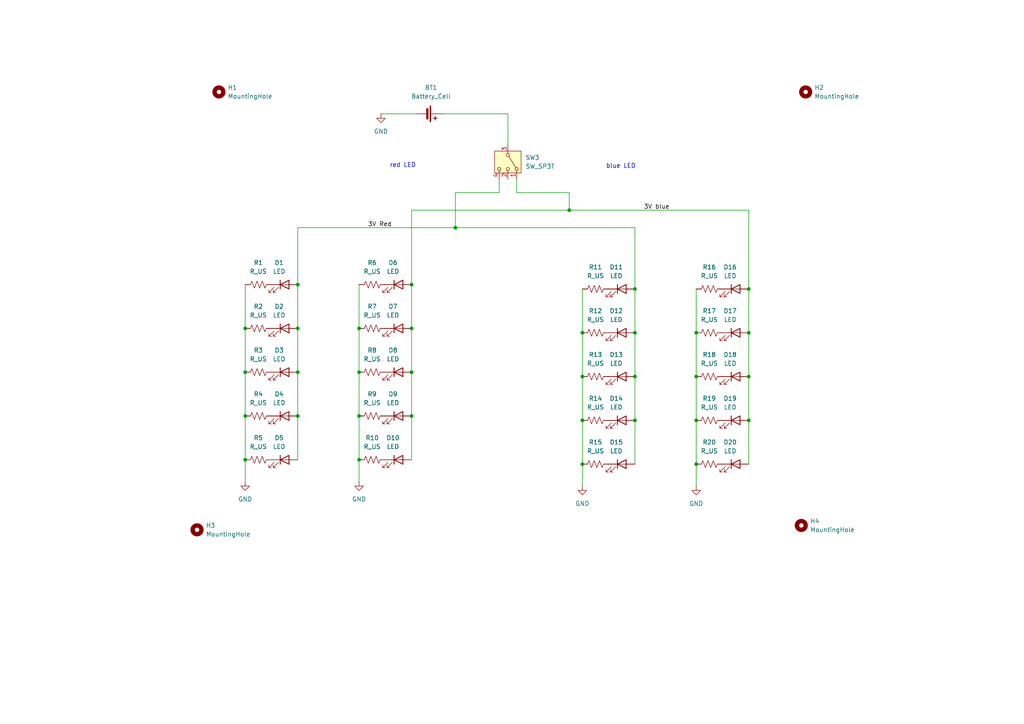
<source format=kicad_sch>
(kicad_sch (version 20231120) (generator "eeschema") (generator_version "8.0")
  (paper "A4")
  (lib_symbols
    (symbol "Device:Battery_Cell" (pin_numbers hide) (pin_names (offset 0) hide)
      (property "Reference" "BT" (at 2.54 2.54 0))
      (property "Value" "Battery_Cell" (at 2.54 0 0))
      (symbol "Battery_Cell_0_1"
        (rectangle (start -2.286 1.778) (end 2.286 1.524) (fill (type outline)))
        (rectangle (start -1.524 1.016) (end 1.524 0.508) (fill (type outline)))
        (polyline (pts (xy 0 0.762) (xy 0 0)))
        (polyline (pts (xy 0 1.778) (xy 0 2.54)))
        (polyline (pts (xy 0.762 3.048) (xy 1.778 3.048)) (stroke (width 0.254)))
        (polyline (pts (xy 1.27 3.556) (xy 1.27 2.54)) (stroke (width 0.254)))
      )
      (symbol "Battery_Cell_1_1"
        (pin passive line (at 0 5.08 270) (length 2.54) (name "+") (number "1"))
        (pin passive line (at 0 -2.54 90) (length 2.54) (name "-") (number "2"))
      )
    )
    (symbol "Device:LED" (pin_numbers hide) (pin_names (offset 1.016) hide)
      (property "Reference" "D" (at 0 2.54 0))
      (property "Value" "LED" (at 0 -2.54 0))
      (symbol "LED_0_1"
        (polyline (pts (xy -1.27 -1.27) (xy -1.27 1.27)) (stroke (width 0.254)))
        (polyline (pts (xy -1.27 0) (xy 1.27 0)))
        (polyline (pts (xy 1.27 -1.27) (xy 1.27 1.27) (xy -1.27 0) (xy 1.27 -1.27)) (stroke (width 0.254)))
        (polyline (pts (xy -3.048 -0.762) (xy -4.572 -2.286) (xy -3.81 -2.286) (xy -4.572 -2.286) (xy -4.572 -1.524)))
        (polyline (pts (xy -1.778 -0.762) (xy -3.302 -2.286) (xy -2.54 -2.286) (xy -3.302 -2.286) (xy -3.302 -1.524)))
      )
      (symbol "LED_1_1"
        (pin passive line (at -3.81 0 0) (length 2.54) (name "K") (number "1"))
        (pin passive line (at 3.81 0 180) (length 2.54) (name "A") (number "2"))
      )
    )
    (symbol "Device:R_US" (pin_numbers hide) (pin_names (offset 0))
      (property "Reference" "R" (at 2.54 0 90))
      (property "Value" "R_US" (at -2.54 0 90))
      (symbol "R_US_0_1"
        (polyline (pts (xy 0 -2.286) (xy 0 -2.54)))
        (polyline (pts (xy 0 2.286) (xy 0 2.54)))
        (polyline (pts (xy 0 -0.762) (xy 1.016 -1.143) (xy 0 -1.524) (xy -1.016 -1.905) (xy 0 -2.286)))
        (polyline (pts (xy 0 0.762) (xy 1.016 0.381) (xy 0 0) (xy -1.016 -0.381) (xy 0 -0.762)))
        (polyline (pts (xy 0 2.286) (xy 1.016 1.905) (xy 0 1.524) (xy -1.016 1.143) (xy 0 0.762)))
      )
      (symbol "R_US_1_1"
        (pin passive line (at 0 3.81 270) (length 1.27) (name "~") (number "1"))
        (pin passive line (at 0 -3.81 90) (length 1.27) (name "~") (number "2"))
      )
    )
    (symbol "Mechanical:MountingHole" (pin_names (offset 1.016)) (exclude_from_sim yes) (in_bom no)
      (property "Reference" "H" (at 0 5.08 0))
      (property "Value" "MountingHole" (at 0 3.175 0))
      (symbol "MountingHole_0_1"
        (circle (center 0 0) (radius 1.27) (stroke (width 1.27)))
      )
    )
    (symbol "Switch:SW_SP3T" (pin_names (offset 0) hide)
      (property "Reference" "SW" (at 0 5.08 0))
      (property "Value" "SW_SP3T" (at 0 -5.08 0))
      (symbol "SW_SP3T_0_1"
        (circle (center -2.032 0) (radius 0.4572))
        (polyline (pts (xy -1.651 0.254) (xy 1.651 2.286)))
        (circle (center 2.032 -2.54) (radius 0.4572))
        (circle (center 2.032 0) (radius 0.4572))
        (circle (center 2.032 2.54) (radius 0.4572))
      )
      (symbol "SW_SP3T_1_1"
        (rectangle (start -3.175 3.81) (end 3.175 -3.81) (fill (type background)))
        (pin passive line (at 5.08 2.54 180) (length 2.54) (name "1") (number "1"))
        (pin passive line (at 5.08 0 180) (length 2.54) (name "2") (number "2"))
        (pin passive line (at -5.08 0 0) (length 2.54) (name "3") (number "3"))
        (pin passive line (at 5.08 -2.54 180) (length 2.54) (name "4") (number "4"))
      )
    )
    (symbol "power:GND" (power) (pin_numbers hide) (pin_names (offset 0) hide)
      (property "Value" "GND" (at 0 -3.81 0))
      (symbol "GND_0_1"
        (polyline (pts (xy 0 0) (xy 0 -1.27) (xy 1.27 -1.27) (xy 0 -2.54) (xy -1.27 -1.27) (xy 0 -1.27)))
      )
      (symbol "GND_1_1"
        (pin power_in line (at 0 0 270) (length 0) (name "~") (number "1"))
      )
    )
  )
  (junction (at 71.12 120.65))
  (junction (at 201.93 109.22))
  (junction (at 184.15 121.92))
  (junction (at 165.1 60.96))
  (junction (at 168.91 96.52))
  (junction (at 104.14 107.95))
  (junction (at 86.36 95.25))
  (junction (at 168.91 109.22))
  (junction (at 119.38 107.95))
  (junction (at 104.14 120.65))
  (junction (at 201.93 96.52))
  (junction (at 71.12 107.95))
  (junction (at 119.38 95.25))
  (junction (at 184.15 83.82))
  (junction (at 217.17 121.92))
  (junction (at 132.08 66.04))
  (junction (at 201.93 121.92))
  (junction (at 71.12 95.25))
  (junction (at 71.12 133.35))
  (junction (at 104.14 133.35))
  (junction (at 168.91 121.92))
  (junction (at 86.36 120.65))
  (junction (at 86.36 82.55))
  (junction (at 184.15 96.52))
  (junction (at 86.36 107.95))
  (junction (at 104.14 95.25))
  (junction (at 168.91 134.62))
  (junction (at 217.17 96.52))
  (junction (at 184.15 109.22))
  (junction (at 217.17 109.22))
  (junction (at 201.93 134.62))
  (junction (at 119.38 82.55))
  (junction (at 217.17 83.82))
  (junction (at 119.38 120.65))
  (wire (pts (xy 104.14 82.55) (xy 104.14 95.25)))
  (wire (pts (xy 168.91 83.82) (xy 168.91 96.52)))
  (wire (pts (xy 201.93 96.52) (xy 201.93 109.22)))
  (wire (pts (xy 201.93 121.92) (xy 201.93 134.62)))
  (wire (pts (xy 119.38 82.55) (xy 119.38 95.25)))
  (wire (pts (xy 147.32 33.02) (xy 147.32 41.91)))
  (wire (pts (xy 184.15 121.92) (xy 184.15 134.62)))
  (wire (pts (xy 71.12 120.65) (xy 71.12 133.35)))
  (wire (pts (xy 217.17 109.22) (xy 217.17 121.92)))
  (wire (pts (xy 104.14 107.95) (xy 104.14 120.65)))
  (wire (pts (xy 149.86 52.07) (xy 149.86 55.88)))
  (wire (pts (xy 86.36 95.25) (xy 86.36 107.95)))
  (wire (pts (xy 104.14 120.65) (xy 104.14 133.35)))
  (wire (pts (xy 201.93 83.82) (xy 201.93 96.52)))
  (wire (pts (xy 149.86 55.88) (xy 165.1 55.88)))
  (wire (pts (xy 119.38 107.95) (xy 119.38 120.65)))
  (wire (pts (xy 184.15 83.82) (xy 184.15 96.52)))
  (wire (pts (xy 168.91 121.92) (xy 168.91 134.62)))
  (wire (pts (xy 184.15 109.22) (xy 184.15 121.92)))
  (wire (pts (xy 86.36 107.95) (xy 86.36 120.65)))
  (wire (pts (xy 165.1 60.96) (xy 217.17 60.96)))
  (wire (pts (xy 168.91 109.22) (xy 168.91 121.92)))
  (wire (pts (xy 165.1 55.88) (xy 165.1 60.96)))
  (wire (pts (xy 144.78 55.88) (xy 132.08 55.88)))
  (wire (pts (xy 119.38 60.96) (xy 165.1 60.96)))
  (wire (pts (xy 71.12 82.55) (xy 71.12 95.25)))
  (wire (pts (xy 71.12 133.35) (xy 71.12 139.7)))
  (wire (pts (xy 86.36 66.04) (xy 86.36 82.55)))
  (wire (pts (xy 201.93 109.22) (xy 201.93 121.92)))
  (wire (pts (xy 144.78 52.07) (xy 144.78 55.88)))
  (wire (pts (xy 104.14 133.35) (xy 104.14 139.7)))
  (wire (pts (xy 104.14 95.25) (xy 104.14 107.95)))
  (wire (pts (xy 110.49 33.02) (xy 120.65 33.02)))
  (wire (pts (xy 168.91 134.62) (xy 168.91 140.97)))
  (wire (pts (xy 217.17 60.96) (xy 217.17 83.82)))
  (wire (pts (xy 217.17 83.82) (xy 217.17 96.52)))
  (wire (pts (xy 119.38 95.25) (xy 119.38 107.95)))
  (wire (pts (xy 86.36 66.04) (xy 132.08 66.04)))
  (wire (pts (xy 119.38 120.65) (xy 119.38 133.35)))
  (wire (pts (xy 132.08 66.04) (xy 132.08 55.88)))
  (wire (pts (xy 86.36 120.65) (xy 86.36 133.35)))
  (wire (pts (xy 217.17 96.52) (xy 217.17 109.22)))
  (wire (pts (xy 217.17 121.92) (xy 217.17 134.62)))
  (wire (pts (xy 201.93 134.62) (xy 201.93 140.97)))
  (wire (pts (xy 168.91 96.52) (xy 168.91 109.22)))
  (wire (pts (xy 184.15 66.04) (xy 184.15 83.82)))
  (wire (pts (xy 119.38 60.96) (xy 119.38 82.55)))
  (wire (pts (xy 71.12 107.95) (xy 71.12 120.65)))
  (wire (pts (xy 86.36 82.55) (xy 86.36 95.25)))
  (wire (pts (xy 184.15 96.52) (xy 184.15 109.22)))
  (wire (pts (xy 71.12 95.25) (xy 71.12 107.95)))
  (wire (pts (xy 128.27 33.02) (xy 147.32 33.02)))
  (wire (pts (xy 184.15 66.04) (xy 132.08 66.04)))
  (text "blue LED" (at 180.086 48.26 0) (effects (font (size 1.27 1.27))))
  (text "red LED" (at 116.84 48.006 0) (effects (font (size 1.27 1.27))))
  (label "3V Red" (at 106.68 66.04 0))
  (label "3V blue" (at 186.69 60.96 0))
  (symbol (lib_id "power:GND") (at 104.14 139.7 0) (unit 1)
    (property "Reference" "#PWR02" (effects (hide yes)))
    (property "Value" "GND" (at 104.14 144.78 0))
    (property "Description" "Power symbol creates a global label with name \"GND\" , ground" (effects (hide yes)))
  )
  (symbol (lib_id "Device:R_US") (at 107.95 133.35 90) (unit 1)
    (property "Reference" "R10" (at 107.95 127 90))
    (property "Value" "R_US" (at 107.95 129.54 90))
    (property "Footprint" "Resistor_SMD:R_0603_1608Metric_Pad0.98x0.95mm_HandSolder" (effects (hide yes)))
    (property "Description" "Resistor, US symbol" (effects (hide yes)))
    (property "Mouser Part Number" "71-WSLP25125L000FEA" (effects (hide yes)))
  )
  (symbol (lib_id "Device:LED") (at 82.55 82.55 0) (unit 1)
    (property "Reference" "D1" (at 80.9625 76.2 0))
    (property "Value" "LED" (at 80.9625 78.74 0))
    (property "Footprint" "LED_SMD:LED_0603_1608Metric_Pad1.05x0.95mm_HandSolder" (effects (hide yes)))
    (property "Description" "Light emitting diode" (effects (hide yes)))
    (property "Mouser Part Number" "710-150060SS75000" (effects (hide yes)))
  )
  (symbol (lib_id "Device:R_US") (at 205.74 109.22 90) (unit 1)
    (property "Reference" "R18" (at 205.74 102.87 90))
    (property "Value" "R_US" (at 205.74 105.41 90))
    (property "Footprint" "Resistor_SMD:R_0603_1608Metric_Pad0.98x0.95mm_HandSolder" (effects (hide yes)))
    (property "Description" "Resistor, US symbol" (effects (hide yes)))
    (property "Mouser Part Number" "71-WSLP25125L000FEA" (effects (hide yes)))
  )
  (symbol (lib_id "Device:LED") (at 213.36 134.62 0) (unit 1)
    (property "Reference" "D20" (at 211.7725 128.27 0))
    (property "Value" "LED" (at 211.7725 130.81 0))
    (property "Footprint" "LED_SMD:LED_0603_1608Metric_Pad1.05x0.95mm_HandSolder" (effects (hide yes)))
    (property "Description" "Light emitting diode" (effects (hide yes)))
    (property "Mouser Part Number" "710-150060SS75000" (effects (hide yes)))
  )
  (symbol (lib_id "Device:LED") (at 180.34 109.22 0) (unit 1)
    (property "Reference" "D13" (at 178.7525 102.87 0))
    (property "Value" "LED" (at 178.7525 105.41 0))
    (property "Footprint" "LED_SMD:LED_0603_1608Metric_Pad1.05x0.95mm_HandSolder" (effects (hide yes)))
    (property "Description" "Light emitting diode" (effects (hide yes)))
    (property "Mouser Part Number" "710-150060SS75000" (effects (hide yes)))
  )
  (symbol (lib_id "Device:R_US") (at 172.72 134.62 90) (unit 1)
    (property "Reference" "R15" (at 172.72 128.27 90))
    (property "Value" "R_US" (at 172.72 130.81 90))
    (property "Footprint" "Resistor_SMD:R_0603_1608Metric_Pad0.98x0.95mm_HandSolder" (effects (hide yes)))
    (property "Description" "Resistor, US symbol" (effects (hide yes)))
    (property "Mouser Part Number" "71-WSLP25125L000FEA" (effects (hide yes)))
  )
  (symbol (lib_id "Device:R_US") (at 107.95 82.55 90) (unit 1)
    (property "Reference" "R6" (at 107.95 76.2 90))
    (property "Value" "R_US" (at 107.95 78.74 90))
    (property "Footprint" "Resistor_SMD:R_0603_1608Metric_Pad0.98x0.95mm_HandSolder" (effects (hide yes)))
    (property "Description" "Resistor, US symbol" (effects (hide yes)))
    (property "Mouser Part Number" "71-WSLP25125L000FEA" (effects (hide yes)))
  )
  (symbol (lib_id "Device:R_US") (at 205.74 83.82 90) (unit 1)
    (property "Reference" "R16" (at 205.74 77.47 90))
    (property "Value" "R_US" (at 205.74 80.01 90))
    (property "Footprint" "Resistor_SMD:R_0603_1608Metric_Pad0.98x0.95mm_HandSolder" (effects (hide yes)))
    (property "Description" "Resistor, US symbol" (effects (hide yes)))
    (property "Mouser Part Number" "71-WSLP25125L000FEA" (effects (hide yes)))
  )
  (symbol (lib_id "Device:LED") (at 115.57 120.65 0) (unit 1)
    (property "Reference" "D9" (at 113.9825 114.3 0))
    (property "Value" "LED" (at 113.9825 116.84 0))
    (property "Footprint" "LED_SMD:LED_0603_1608Metric_Pad1.05x0.95mm_HandSolder" (effects (hide yes)))
    (property "Description" "Light emitting diode" (effects (hide yes)))
    (property "Mouser Part Number" "710-150060SS75000" (effects (hide yes)))
  )
  (symbol (lib_id "Device:LED") (at 82.55 107.95 0) (unit 1)
    (property "Reference" "D3" (at 80.9625 101.6 0))
    (property "Value" "LED" (at 80.9625 104.14 0))
    (property "Footprint" "LED_SMD:LED_0603_1608Metric_Pad1.05x0.95mm_HandSolder" (effects (hide yes)))
    (property "Description" "Light emitting diode" (effects (hide yes)))
    (property "Mouser Part Number" "710-150060SS75000" (effects (hide yes)))
  )
  (symbol (lib_id "Device:LED") (at 180.34 134.62 0) (unit 1)
    (property "Reference" "D15" (at 178.7525 128.27 0))
    (property "Value" "LED" (at 178.7525 130.81 0))
    (property "Footprint" "LED_SMD:LED_0603_1608Metric_Pad1.05x0.95mm_HandSolder" (effects (hide yes)))
    (property "Description" "Light emitting diode" (effects (hide yes)))
    (property "Mouser Part Number" "710-150060SS75000" (effects (hide yes)))
  )
  (symbol (lib_id "Mechanical:MountingHole") (at 63.5 26.67 0) (unit 1) (exclude_from_sim yes) (in_bom no)
    (property "Reference" "H1" (at 66.04 25.3999 0) (effects (justify left)))
    (property "Value" "MountingHole" (at 66.04 27.9399 0) (effects (justify left)))
    (property "Footprint" "MountingHole:MountingHole_4.5mm" (effects (hide yes)))
    (property "Description" "Mounting Hole without connection" (effects (hide yes)))
  )
  (symbol (lib_id "Device:R_US") (at 172.72 109.22 90) (unit 1)
    (property "Reference" "R13" (at 172.72 102.87 90))
    (property "Value" "R_US" (at 172.72 105.41 90))
    (property "Footprint" "Resistor_SMD:R_0603_1608Metric_Pad0.98x0.95mm_HandSolder" (effects (hide yes)))
    (property "Description" "Resistor, US symbol" (effects (hide yes)))
    (property "Mouser Part Number" "71-WSLP25125L000FEA" (effects (hide yes)))
  )
  (symbol (lib_id "Device:R_US") (at 172.72 96.52 90) (unit 1)
    (property "Reference" "R12" (at 172.72 90.17 90))
    (property "Value" "R_US" (at 172.72 92.71 90))
    (property "Footprint" "Resistor_SMD:R_0603_1608Metric_Pad0.98x0.95mm_HandSolder" (effects (hide yes)))
    (property "Description" "Resistor, US symbol" (effects (hide yes)))
    (property "Mouser Part Number" "71-WSLP25125L000FEA" (effects (hide yes)))
  )
  (symbol (lib_id "power:GND") (at 201.93 140.97 0) (unit 1)
    (property "Reference" "#PWR05" (effects (hide yes)))
    (property "Value" "GND" (at 201.93 146.05 0))
    (property "Description" "Power symbol creates a global label with name \"GND\" , ground" (effects (hide yes)))
  )
  (symbol (lib_id "Device:R_US") (at 205.74 96.52 90) (unit 1)
    (property "Reference" "R17" (at 205.74 90.17 90))
    (property "Value" "R_US" (at 205.74 92.71 90))
    (property "Footprint" "Resistor_SMD:R_0603_1608Metric_Pad0.98x0.95mm_HandSolder" (effects (hide yes)))
    (property "Description" "Resistor, US symbol" (effects (hide yes)))
    (property "Mouser Part Number" "71-WSLP25125L000FEA" (effects (hide yes)))
  )
  (symbol (lib_id "Device:R_US") (at 74.93 120.65 90) (unit 1)
    (property "Reference" "R4" (at 74.93 114.3 90))
    (property "Value" "R_US" (at 74.93 116.84 90))
    (property "Footprint" "Resistor_SMD:R_0603_1608Metric_Pad0.98x0.95mm_HandSolder" (effects (hide yes)))
    (property "Description" "Resistor, US symbol" (effects (hide yes)))
    (property "Mouser Part Number" "71-WSLP25125L000FEA" (effects (hide yes)))
  )
  (symbol (lib_id "Device:LED") (at 82.55 95.25 0) (unit 1)
    (property "Reference" "D2" (at 80.9625 88.9 0))
    (property "Value" "LED" (at 80.9625 91.44 0))
    (property "Footprint" "LED_SMD:LED_0603_1608Metric_Pad1.05x0.95mm_HandSolder" (effects (hide yes)))
    (property "Description" "Light emitting diode" (effects (hide yes)))
    (property "Mouser Part Number" "710-150060SS75000" (effects (hide yes)))
  )
  (symbol (lib_id "Device:LED") (at 115.57 107.95 0) (unit 1)
    (property "Reference" "D8" (at 113.9825 101.6 0))
    (property "Value" "LED" (at 113.9825 104.14 0))
    (property "Footprint" "LED_SMD:LED_0603_1608Metric_Pad1.05x0.95mm_HandSolder" (effects (hide yes)))
    (property "Description" "Light emitting diode" (effects (hide yes)))
    (property "Mouser Part Number" "710-150060SS75000" (effects (hide yes)))
  )
  (symbol (lib_id "Device:LED") (at 115.57 133.35 0) (unit 1)
    (property "Reference" "D10" (at 113.9825 127 0))
    (property "Value" "LED" (at 113.9825 129.54 0))
    (property "Footprint" "LED_SMD:LED_0603_1608Metric_Pad1.05x0.95mm_HandSolder" (effects (hide yes)))
    (property "Description" "Light emitting diode" (effects (hide yes)))
    (property "Mouser Part Number" "710-150060SS75000" (effects (hide yes)))
  )
  (symbol (lib_id "Device:R_US") (at 74.93 82.55 90) (unit 1)
    (property "Reference" "R1" (at 74.93 76.2 90))
    (property "Value" "R_US" (at 74.93 78.74 90))
    (property "Footprint" "Resistor_SMD:R_0603_1608Metric_Pad0.98x0.95mm_HandSolder" (effects (hide yes)))
    (property "Description" "Resistor, US symbol" (effects (hide yes)))
    (property "Mouser Part Number" "71-WSLP25125L000FEA" (effects (hide yes)))
  )
  (symbol (lib_id "Device:LED") (at 82.55 120.65 0) (unit 1)
    (property "Reference" "D4" (at 80.9625 114.3 0))
    (property "Value" "LED" (at 80.9625 116.84 0))
    (property "Footprint" "LED_SMD:LED_0603_1608Metric_Pad1.05x0.95mm_HandSolder" (effects (hide yes)))
    (property "Description" "Light emitting diode" (effects (hide yes)))
    (property "Mouser Part Number" "710-150060SS75000" (effects (hide yes)))
  )
  (symbol (lib_id "Device:LED") (at 82.55 133.35 0) (unit 1)
    (property "Reference" "D5" (at 80.9625 127 0))
    (property "Value" "LED" (at 80.9625 129.54 0))
    (property "Footprint" "LED_SMD:LED_0603_1608Metric_Pad1.05x0.95mm_HandSolder" (effects (hide yes)))
    (property "Description" "Light emitting diode" (effects (hide yes)))
    (property "Mouser Part Number" "710-150060SS75000" (effects (hide yes)))
  )
  (symbol (lib_id "Device:LED") (at 213.36 96.52 0) (unit 1)
    (property "Reference" "D17" (at 211.7725 90.17 0))
    (property "Value" "LED" (at 211.7725 92.71 0))
    (property "Footprint" "LED_SMD:LED_0603_1608Metric_Pad1.05x0.95mm_HandSolder" (effects (hide yes)))
    (property "Description" "Light emitting diode" (effects (hide yes)))
    (property "Mouser Part Number" "710-150060SS75000" (effects (hide yes)))
  )
  (symbol (lib_id "Device:R_US") (at 74.93 107.95 90) (unit 1)
    (property "Reference" "R3" (at 74.93 101.6 90))
    (property "Value" "R_US" (at 74.93 104.14 90))
    (property "Footprint" "Resistor_SMD:R_0603_1608Metric_Pad0.98x0.95mm_HandSolder" (effects (hide yes)))
    (property "Description" "Resistor, US symbol" (effects (hide yes)))
    (property "Mouser Part Number" "71-WSLP25125L000FEA" (effects (hide yes)))
  )
  (symbol (lib_id "Mechanical:MountingHole") (at 232.41 152.4 0) (unit 1) (exclude_from_sim yes) (in_bom no)
    (property "Reference" "H4" (at 234.95 151.1299 0) (effects (justify left)))
    (property "Value" "MountingHole" (at 234.95 153.6699 0) (effects (justify left)))
    (property "Footprint" "MountingHole:MountingHole_4.5mm" (effects (hide yes)))
    (property "Description" "Mounting Hole without connection" (effects (hide yes)))
  )
  (symbol (lib_id "Device:LED") (at 213.36 83.82 0) (unit 1)
    (property "Reference" "D16" (at 211.7725 77.47 0))
    (property "Value" "LED" (at 211.7725 80.01 0))
    (property "Footprint" "LED_SMD:LED_0603_1608Metric_Pad1.05x0.95mm_HandSolder" (effects (hide yes)))
    (property "Description" "Light emitting diode" (effects (hide yes)))
    (property "Mouser Part Number" "710-150060SS75000" (effects (hide yes)))
  )
  (symbol (lib_id "Device:LED") (at 180.34 83.82 0) (unit 1)
    (property "Reference" "D11" (at 178.7525 77.47 0))
    (property "Value" "LED" (at 178.7525 80.01 0))
    (property "Footprint" "LED_SMD:LED_0603_1608Metric_Pad1.05x0.95mm_HandSolder" (effects (hide yes)))
    (property "Description" "Light emitting diode" (effects (hide yes)))
    (property "Mouser Part Number" "710-150060SS75000" (effects (hide yes)))
  )
  (symbol (lib_id "Device:R_US") (at 172.72 83.82 90) (unit 1)
    (property "Reference" "R11" (at 172.72 77.47 90))
    (property "Value" "R_US" (at 172.72 80.01 90))
    (property "Footprint" "Resistor_SMD:R_0603_1608Metric_Pad0.98x0.95mm_HandSolder" (effects (hide yes)))
    (property "Description" "Resistor, US symbol" (effects (hide yes)))
    (property "Mouser Part Number" "71-WSLP25125L000FEA" (effects (hide yes)))
  )
  (symbol (lib_id "Device:R_US") (at 74.93 95.25 90) (unit 1)
    (property "Reference" "R2" (at 74.93 88.9 90))
    (property "Value" "R_US" (at 74.93 91.44 90))
    (property "Footprint" "Resistor_SMD:R_0603_1608Metric_Pad0.98x0.95mm_HandSolder" (effects (hide yes)))
    (property "Description" "Resistor, US symbol" (effects (hide yes)))
    (property "Mouser Part Number" "71-WSLP25125L000FEA" (effects (hide yes)))
  )
  (symbol (lib_id "Device:LED") (at 180.34 96.52 0) (unit 1)
    (property "Reference" "D12" (at 178.7525 90.17 0))
    (property "Value" "LED" (at 178.7525 92.71 0))
    (property "Footprint" "LED_SMD:LED_0603_1608Metric_Pad1.05x0.95mm_HandSolder" (effects (hide yes)))
    (property "Description" "Light emitting diode" (effects (hide yes)))
    (property "Mouser Part Number" "710-150060SS75000" (effects (hide yes)))
  )
  (symbol (lib_id "Device:LED") (at 213.36 121.92 0) (unit 1)
    (property "Reference" "D19" (at 211.7725 115.57 0))
    (property "Value" "LED" (at 211.7725 118.11 0))
    (property "Footprint" "LED_SMD:LED_0603_1608Metric_Pad1.05x0.95mm_HandSolder" (effects (hide yes)))
    (property "Description" "Light emitting diode" (effects (hide yes)))
    (property "Mouser Part Number" "710-150060SS75000" (effects (hide yes)))
  )
  (symbol (lib_id "Device:R_US") (at 205.74 121.92 90) (unit 1)
    (property "Reference" "R19" (at 205.74 115.57 90))
    (property "Value" "R_US" (at 205.74 118.11 90))
    (property "Footprint" "Resistor_SMD:R_0603_1608Metric_Pad0.98x0.95mm_HandSolder" (effects (hide yes)))
    (property "Description" "Resistor, US symbol" (effects (hide yes)))
    (property "Mouser Part Number" "71-WSLP25125L000FEA" (effects (hide yes)))
  )
  (symbol (lib_id "Mechanical:MountingHole") (at 233.68 26.67 0) (unit 1) (exclude_from_sim yes) (in_bom no)
    (property "Reference" "H2" (at 236.22 25.3999 0) (effects (justify left)))
    (property "Value" "MountingHole" (at 236.22 27.9399 0) (effects (justify left)))
    (property "Footprint" "MountingHole:MountingHole_4.5mm" (effects (hide yes)))
    (property "Description" "Mounting Hole without connection" (effects (hide yes)))
  )
  (symbol (lib_id "Device:LED") (at 115.57 95.25 0) (unit 1)
    (property "Reference" "D7" (at 113.9825 88.9 0))
    (property "Value" "LED" (at 113.9825 91.44 0))
    (property "Footprint" "LED_SMD:LED_0603_1608Metric_Pad1.05x0.95mm_HandSolder" (effects (hide yes)))
    (property "Description" "Light emitting diode" (effects (hide yes)))
    (property "Mouser Part Number" "710-150060SS75000" (effects (hide yes)))
  )
  (symbol (lib_id "Device:Battery_Cell") (at 123.19 33.02 270) (unit 1)
    (property "Reference" "BT1" (at 125.0315 25.4 90))
    (property "Value" "Battery_Cell" (at 125.0315 27.94 90))
    (property "Footprint" "Battery:BatteryHolder_Keystone_2468_2xAAA" (effects (hide yes)))
    (property "Description" "Single-cell battery" (effects (hide yes)))
    (property "Mouser Part Number" "613-MN1500-144" (effects (hide yes)))
  )
  (symbol (lib_id "Device:R_US") (at 107.95 107.95 90) (unit 1)
    (property "Reference" "R8" (at 107.95 101.6 90))
    (property "Value" "R_US" (at 107.95 104.14 90))
    (property "Footprint" "Resistor_SMD:R_0603_1608Metric_Pad0.98x0.95mm_HandSolder" (effects (hide yes)))
    (property "Description" "Resistor, US symbol" (effects (hide yes)))
    (property "Mouser Part Number" "71-WSLP25125L000FEA" (effects (hide yes)))
  )
  (symbol (lib_id "Device:LED") (at 213.36 109.22 0) (unit 1)
    (property "Reference" "D18" (at 211.7725 102.87 0))
    (property "Value" "LED" (at 211.7725 105.41 0))
    (property "Footprint" "LED_SMD:LED_0603_1608Metric_Pad1.05x0.95mm_HandSolder" (effects (hide yes)))
    (property "Description" "Light emitting diode" (effects (hide yes)))
    (property "Mouser Part Number" "710-150060SS75000" (effects (hide yes)))
  )
  (symbol (lib_id "power:GND") (at 110.49 33.02 0) (unit 1)
    (property "Reference" "#PWR03" (effects (hide yes)))
    (property "Value" "GND" (at 110.49 38.1 0))
    (property "Description" "Power symbol creates a global label with name \"GND\" , ground" (effects (hide yes)))
  )
  (symbol (lib_id "Device:R_US") (at 205.74 134.62 90) (unit 1)
    (property "Reference" "R20" (at 205.74 128.27 90))
    (property "Value" "R_US" (at 205.74 130.81 90))
    (property "Footprint" "Resistor_SMD:R_0603_1608Metric_Pad0.98x0.95mm_HandSolder" (effects (hide yes)))
    (property "Description" "Resistor, US symbol" (effects (hide yes)))
    (property "Mouser Part Number" "71-WSLP25125L000FEA" (effects (hide yes)))
  )
  (symbol (lib_id "Device:R_US") (at 74.93 133.35 90) (unit 1)
    (property "Reference" "R5" (at 74.93 127 90))
    (property "Value" "R_US" (at 74.93 129.54 90))
    (property "Footprint" "Resistor_SMD:R_0603_1608Metric_Pad0.98x0.95mm_HandSolder" (effects (hide yes)))
    (property "Description" "Resistor, US symbol" (effects (hide yes)))
    (property "Mouser Part Number" "71-WSLP25125L000FEA" (effects (hide yes)))
  )
  (symbol (lib_id "Device:R_US") (at 107.95 120.65 90) (unit 1)
    (property "Reference" "R9" (at 107.95 114.3 90))
    (property "Value" "R_US" (at 107.95 116.84 90))
    (property "Footprint" "Resistor_SMD:R_0603_1608Metric_Pad0.98x0.95mm_HandSolder" (effects (hide yes)))
    (property "Description" "Resistor, US symbol" (effects (hide yes)))
    (property "Mouser Part Number" "71-WSLP25125L000FEA" (effects (hide yes)))
  )
  (symbol (lib_id "Device:R_US") (at 172.72 121.92 90) (unit 1)
    (property "Reference" "R14" (at 172.72 115.57 90))
    (property "Value" "R_US" (at 172.72 118.11 90))
    (property "Footprint" "Resistor_SMD:R_0603_1608Metric_Pad0.98x0.95mm_HandSolder" (effects (hide yes)))
    (property "Description" "Resistor, US symbol" (effects (hide yes)))
    (property "Mouser Part Number" "71-WSLP25125L000FEA" (effects (hide yes)))
  )
  (symbol (lib_id "power:GND") (at 71.12 139.7 0) (unit 1)
    (property "Reference" "#PWR01" (effects (hide yes)))
    (property "Value" "GND" (at 71.12 144.78 0))
    (property "Description" "Power symbol creates a global label with name \"GND\" , ground" (effects (hide yes)))
  )
  (symbol (lib_id "power:GND") (at 168.91 140.97 0) (unit 1)
    (property "Reference" "#PWR04" (effects (hide yes)))
    (property "Value" "GND" (at 168.91 146.05 0))
    (property "Description" "Power symbol creates a global label with name \"GND\" , ground" (effects (hide yes)))
  )
  (symbol (lib_id "Device:R_US") (at 107.95 95.25 90) (unit 1)
    (property "Reference" "R7" (at 107.95 88.9 90))
    (property "Value" "R_US" (at 107.95 91.44 90))
    (property "Footprint" "Resistor_SMD:R_0603_1608Metric_Pad0.98x0.95mm_HandSolder" (effects (hide yes)))
    (property "Description" "Resistor, US symbol" (effects (hide yes)))
    (property "Mouser Part Number" "71-WSLP25125L000FEA" (effects (hide yes)))
  )
  (symbol (lib_id "Mechanical:MountingHole") (at 57.15 153.67 0) (unit 1) (exclude_from_sim yes) (in_bom no)
    (property "Reference" "H3" (at 59.69 152.3999 0) (effects (justify left)))
    (property "Value" "MountingHole" (at 59.69 154.9399 0) (effects (justify left)))
    (property "Footprint" "MountingHole:MountingHole_4.5mm" (effects (hide yes)))
    (property "Description" "Mounting Hole without connection" (effects (hide yes)))
  )
  (symbol (lib_id "Device:LED") (at 180.34 121.92 0) (unit 1)
    (property "Reference" "D14" (at 178.7525 115.57 0))
    (property "Value" "LED" (at 178.7525 118.11 0))
    (property "Footprint" "LED_SMD:LED_0603_1608Metric_Pad1.05x0.95mm_HandSolder" (effects (hide yes)))
    (property "Description" "Light emitting diode" (effects (hide yes)))
    (property "Mouser Part Number" "710-150060SS75000" (effects (hide yes)))
  )
  (symbol (lib_id "Device:LED") (at 115.57 82.55 0) (unit 1)
    (property "Reference" "D6" (at 113.9825 76.2 0))
    (property "Value" "LED" (at 113.9825 78.74 0))
    (property "Footprint" "LED_SMD:LED_0603_1608Metric_Pad1.05x0.95mm_HandSolder" (effects (hide yes)))
    (property "Description" "Light emitting diode" (effects (hide yes)))
    (property "Mouser Part Number" "710-150060SS75000" (effects (hide yes)))
  )
  (symbol (lib_id "Switch:SW_SP3T") (at 147.32 46.99 270) (unit 1)
    (property "Reference" "SW3" (at 152.4 45.7199 90) (effects (justify left)))
    (property "Value" "SW_SP3T" (at 152.4 48.2599 90) (effects (justify left)))
    (property "Footprint" "robomaster_footprints:EG1315AA" (effects (hide yes)))
    (property "Description" "Switch, three position, single pole triple throw, 3 position switch, SP3T" (effects (hide yes)))
  )
)
</source>
